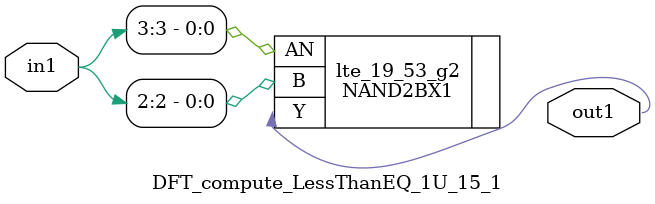
<source format=v>
`timescale 1ps / 1ps


module DFT_compute_LessThanEQ_1U_15_1(in1, out1);
  input [3:0] in1;
  output out1;
  wire [3:0] in1;
  wire out1;
  NAND2BX1 lte_19_53_g2(.AN (in1[3]), .B (in1[2]), .Y (out1));
endmodule


</source>
